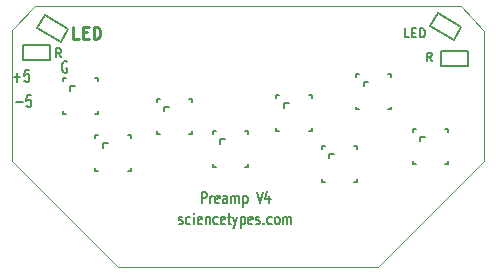
<source format=gto>
G04 (created by PCBNEW-RS274X (2012-apr-16-27)-stable) date Tue 25 Mar 2014 09:11:57 PM EDT*
G01*
G70*
G90*
%MOIN*%
G04 Gerber Fmt 3.4, Leading zero omitted, Abs format*
%FSLAX34Y34*%
G04 APERTURE LIST*
%ADD10C,0.006000*%
%ADD11C,0.007400*%
%ADD12C,0.009900*%
%ADD13C,0.005900*%
%ADD14C,0.000400*%
%ADD15C,0.002000*%
%ADD16C,0.005000*%
%ADD17C,0.007900*%
G04 APERTURE END LIST*
G54D10*
G54D11*
X26204Y-20601D02*
X26105Y-20460D01*
X26035Y-20601D02*
X26035Y-20306D01*
X26148Y-20306D01*
X26176Y-20320D01*
X26190Y-20334D01*
X26204Y-20362D01*
X26204Y-20404D01*
X26190Y-20432D01*
X26176Y-20446D01*
X26148Y-20460D01*
X26035Y-20460D01*
X25451Y-19794D02*
X25310Y-19794D01*
X25310Y-19499D01*
X25549Y-19639D02*
X25648Y-19639D01*
X25690Y-19794D02*
X25549Y-19794D01*
X25549Y-19499D01*
X25690Y-19499D01*
X25816Y-19794D02*
X25816Y-19499D01*
X25886Y-19499D01*
X25929Y-19513D01*
X25957Y-19541D01*
X25971Y-19569D01*
X25985Y-19625D01*
X25985Y-19667D01*
X25971Y-19724D01*
X25957Y-19752D01*
X25929Y-19780D01*
X25886Y-19794D01*
X25816Y-19794D01*
X13842Y-20463D02*
X13743Y-20322D01*
X13673Y-20463D02*
X13673Y-20168D01*
X13786Y-20168D01*
X13814Y-20182D01*
X13828Y-20196D01*
X13842Y-20224D01*
X13842Y-20266D01*
X13828Y-20294D01*
X13814Y-20308D01*
X13786Y-20322D01*
X13673Y-20322D01*
G54D12*
X14442Y-19844D02*
X14255Y-19844D01*
X14255Y-19450D01*
X14574Y-19638D02*
X14705Y-19638D01*
X14761Y-19844D02*
X14574Y-19844D01*
X14574Y-19450D01*
X14761Y-19450D01*
X14930Y-19844D02*
X14930Y-19450D01*
X15024Y-19450D01*
X15080Y-19469D01*
X15117Y-19507D01*
X15136Y-19544D01*
X15155Y-19619D01*
X15155Y-19676D01*
X15136Y-19751D01*
X15117Y-19788D01*
X15080Y-19826D01*
X15024Y-19844D01*
X14930Y-19844D01*
G54D13*
X17770Y-26017D02*
X17798Y-26035D01*
X17854Y-26035D01*
X17883Y-26017D01*
X17897Y-25979D01*
X17897Y-25960D01*
X17883Y-25923D01*
X17854Y-25904D01*
X17812Y-25904D01*
X17784Y-25885D01*
X17770Y-25848D01*
X17770Y-25829D01*
X17784Y-25792D01*
X17812Y-25773D01*
X17854Y-25773D01*
X17883Y-25792D01*
X18150Y-26017D02*
X18122Y-26035D01*
X18065Y-26035D01*
X18037Y-26017D01*
X18023Y-25998D01*
X18009Y-25960D01*
X18009Y-25848D01*
X18023Y-25810D01*
X18037Y-25792D01*
X18065Y-25773D01*
X18122Y-25773D01*
X18150Y-25792D01*
X18276Y-26035D02*
X18276Y-25773D01*
X18276Y-25641D02*
X18262Y-25660D01*
X18276Y-25679D01*
X18290Y-25660D01*
X18276Y-25641D01*
X18276Y-25679D01*
X18529Y-26017D02*
X18501Y-26035D01*
X18444Y-26035D01*
X18416Y-26017D01*
X18402Y-25979D01*
X18402Y-25829D01*
X18416Y-25792D01*
X18444Y-25773D01*
X18501Y-25773D01*
X18529Y-25792D01*
X18543Y-25829D01*
X18543Y-25867D01*
X18402Y-25904D01*
X18669Y-25773D02*
X18669Y-26035D01*
X18669Y-25810D02*
X18683Y-25792D01*
X18711Y-25773D01*
X18754Y-25773D01*
X18782Y-25792D01*
X18796Y-25829D01*
X18796Y-26035D01*
X19063Y-26017D02*
X19035Y-26035D01*
X18978Y-26035D01*
X18950Y-26017D01*
X18936Y-25998D01*
X18922Y-25960D01*
X18922Y-25848D01*
X18936Y-25810D01*
X18950Y-25792D01*
X18978Y-25773D01*
X19035Y-25773D01*
X19063Y-25792D01*
X19302Y-26017D02*
X19274Y-26035D01*
X19217Y-26035D01*
X19189Y-26017D01*
X19175Y-25979D01*
X19175Y-25829D01*
X19189Y-25792D01*
X19217Y-25773D01*
X19274Y-25773D01*
X19302Y-25792D01*
X19316Y-25829D01*
X19316Y-25867D01*
X19175Y-25904D01*
X19400Y-25773D02*
X19512Y-25773D01*
X19442Y-25641D02*
X19442Y-25979D01*
X19456Y-26017D01*
X19484Y-26035D01*
X19512Y-26035D01*
X19583Y-25773D02*
X19653Y-26035D01*
X19724Y-25773D02*
X19653Y-26035D01*
X19625Y-26129D01*
X19611Y-26148D01*
X19583Y-26167D01*
X19836Y-25773D02*
X19836Y-26167D01*
X19836Y-25792D02*
X19864Y-25773D01*
X19921Y-25773D01*
X19949Y-25792D01*
X19963Y-25810D01*
X19977Y-25848D01*
X19977Y-25960D01*
X19963Y-25998D01*
X19949Y-26017D01*
X19921Y-26035D01*
X19864Y-26035D01*
X19836Y-26017D01*
X20216Y-26017D02*
X20188Y-26035D01*
X20131Y-26035D01*
X20103Y-26017D01*
X20089Y-25979D01*
X20089Y-25829D01*
X20103Y-25792D01*
X20131Y-25773D01*
X20188Y-25773D01*
X20216Y-25792D01*
X20230Y-25829D01*
X20230Y-25867D01*
X20089Y-25904D01*
X20342Y-26017D02*
X20370Y-26035D01*
X20426Y-26035D01*
X20455Y-26017D01*
X20469Y-25979D01*
X20469Y-25960D01*
X20455Y-25923D01*
X20426Y-25904D01*
X20384Y-25904D01*
X20356Y-25885D01*
X20342Y-25848D01*
X20342Y-25829D01*
X20356Y-25792D01*
X20384Y-25773D01*
X20426Y-25773D01*
X20455Y-25792D01*
X20595Y-25998D02*
X20609Y-26017D01*
X20595Y-26035D01*
X20581Y-26017D01*
X20595Y-25998D01*
X20595Y-26035D01*
X20862Y-26017D02*
X20834Y-26035D01*
X20777Y-26035D01*
X20749Y-26017D01*
X20735Y-25998D01*
X20721Y-25960D01*
X20721Y-25848D01*
X20735Y-25810D01*
X20749Y-25792D01*
X20777Y-25773D01*
X20834Y-25773D01*
X20862Y-25792D01*
X21030Y-26035D02*
X21002Y-26017D01*
X20988Y-25998D01*
X20974Y-25960D01*
X20974Y-25848D01*
X20988Y-25810D01*
X21002Y-25792D01*
X21030Y-25773D01*
X21073Y-25773D01*
X21101Y-25792D01*
X21115Y-25810D01*
X21129Y-25848D01*
X21129Y-25960D01*
X21115Y-25998D01*
X21101Y-26017D01*
X21073Y-26035D01*
X21030Y-26035D01*
X21255Y-26035D02*
X21255Y-25773D01*
X21255Y-25810D02*
X21269Y-25792D01*
X21297Y-25773D01*
X21340Y-25773D01*
X21368Y-25792D01*
X21382Y-25829D01*
X21382Y-26035D01*
X21382Y-25829D02*
X21396Y-25792D01*
X21424Y-25773D01*
X21466Y-25773D01*
X21494Y-25792D01*
X21508Y-25829D01*
X21508Y-26035D01*
X18527Y-25336D02*
X18527Y-24942D01*
X18640Y-24942D01*
X18668Y-24961D01*
X18682Y-24980D01*
X18696Y-25018D01*
X18696Y-25074D01*
X18682Y-25111D01*
X18668Y-25130D01*
X18640Y-25149D01*
X18527Y-25149D01*
X18822Y-25336D02*
X18822Y-25074D01*
X18822Y-25149D02*
X18836Y-25111D01*
X18850Y-25093D01*
X18878Y-25074D01*
X18907Y-25074D01*
X19118Y-25318D02*
X19090Y-25336D01*
X19033Y-25336D01*
X19005Y-25318D01*
X18991Y-25280D01*
X18991Y-25130D01*
X19005Y-25093D01*
X19033Y-25074D01*
X19090Y-25074D01*
X19118Y-25093D01*
X19132Y-25130D01*
X19132Y-25168D01*
X18991Y-25205D01*
X19385Y-25336D02*
X19385Y-25130D01*
X19371Y-25093D01*
X19343Y-25074D01*
X19286Y-25074D01*
X19258Y-25093D01*
X19385Y-25318D02*
X19357Y-25336D01*
X19286Y-25336D01*
X19258Y-25318D01*
X19244Y-25280D01*
X19244Y-25243D01*
X19258Y-25205D01*
X19286Y-25186D01*
X19357Y-25186D01*
X19385Y-25168D01*
X19525Y-25336D02*
X19525Y-25074D01*
X19525Y-25111D02*
X19539Y-25093D01*
X19567Y-25074D01*
X19610Y-25074D01*
X19638Y-25093D01*
X19652Y-25130D01*
X19652Y-25336D01*
X19652Y-25130D02*
X19666Y-25093D01*
X19694Y-25074D01*
X19736Y-25074D01*
X19764Y-25093D01*
X19778Y-25130D01*
X19778Y-25336D01*
X19918Y-25074D02*
X19918Y-25468D01*
X19918Y-25093D02*
X19946Y-25074D01*
X20003Y-25074D01*
X20031Y-25093D01*
X20045Y-25111D01*
X20059Y-25149D01*
X20059Y-25261D01*
X20045Y-25299D01*
X20031Y-25318D01*
X20003Y-25336D01*
X19946Y-25336D01*
X19918Y-25318D01*
X20368Y-24942D02*
X20466Y-25336D01*
X20565Y-24942D01*
X20790Y-25074D02*
X20790Y-25336D01*
X20719Y-24924D02*
X20649Y-25205D01*
X20832Y-25205D01*
X14035Y-20611D02*
X14007Y-20592D01*
X13965Y-20592D01*
X13922Y-20611D01*
X13894Y-20649D01*
X13880Y-20686D01*
X13866Y-20761D01*
X13866Y-20818D01*
X13880Y-20893D01*
X13894Y-20930D01*
X13922Y-20968D01*
X13965Y-20986D01*
X13993Y-20986D01*
X14035Y-20968D01*
X14049Y-20949D01*
X14049Y-20818D01*
X13993Y-20818D01*
X12336Y-21968D02*
X12561Y-21968D01*
X12842Y-21724D02*
X12701Y-21724D01*
X12687Y-21912D01*
X12701Y-21893D01*
X12729Y-21875D01*
X12800Y-21875D01*
X12828Y-21893D01*
X12842Y-21912D01*
X12856Y-21950D01*
X12856Y-22043D01*
X12842Y-22081D01*
X12828Y-22100D01*
X12800Y-22118D01*
X12729Y-22118D01*
X12701Y-22100D01*
X12687Y-22081D01*
G54D11*
X12267Y-21131D02*
X12492Y-21131D01*
X12380Y-21281D02*
X12380Y-20981D01*
X12773Y-20887D02*
X12632Y-20887D01*
X12618Y-21075D01*
X12632Y-21056D01*
X12660Y-21038D01*
X12731Y-21038D01*
X12759Y-21056D01*
X12773Y-21075D01*
X12787Y-21113D01*
X12787Y-21206D01*
X12773Y-21244D01*
X12759Y-21263D01*
X12731Y-21281D01*
X12660Y-21281D01*
X12632Y-21263D01*
X12618Y-21244D01*
G54D14*
X27953Y-19596D02*
X27953Y-23917D01*
X27165Y-18770D02*
X27953Y-19596D01*
X16890Y-18770D02*
X27165Y-18770D01*
X12205Y-19557D02*
X12205Y-23917D01*
X12992Y-18770D02*
X12205Y-19557D01*
X16890Y-18770D02*
X12992Y-18770D01*
X15748Y-27461D02*
X12205Y-23917D01*
X24409Y-27461D02*
X27953Y-23917D01*
X24016Y-27461D02*
X24409Y-27461D01*
X15748Y-27461D02*
X24016Y-27461D01*
G54D15*
X15748Y-27461D02*
X24016Y-27461D01*
G54D16*
X13308Y-19056D02*
X14088Y-19506D01*
X14088Y-19506D02*
X13838Y-19940D01*
X13838Y-19940D02*
X13058Y-19490D01*
X13058Y-19490D02*
X13308Y-19056D01*
X26398Y-18997D02*
X27178Y-19447D01*
X27178Y-19447D02*
X26928Y-19881D01*
X26928Y-19881D02*
X26148Y-19431D01*
X26148Y-19431D02*
X26398Y-18997D01*
X13472Y-20555D02*
X12572Y-20555D01*
X12572Y-20555D02*
X12572Y-20055D01*
X12572Y-20055D02*
X13472Y-20055D01*
X13472Y-20055D02*
X13472Y-20555D01*
X26519Y-20252D02*
X27419Y-20252D01*
X27419Y-20252D02*
X27419Y-20752D01*
X27419Y-20752D02*
X26519Y-20752D01*
X26519Y-20752D02*
X26519Y-20252D01*
G54D17*
X26743Y-24036D02*
X26644Y-24036D01*
X26743Y-24036D02*
X26743Y-23937D01*
X25561Y-24036D02*
X25660Y-24036D01*
X25561Y-24036D02*
X25561Y-23937D01*
X26743Y-22854D02*
X26743Y-22953D01*
X26743Y-22854D02*
X26644Y-22854D01*
X25561Y-22953D02*
X25561Y-22854D01*
X25561Y-22854D02*
X25660Y-22854D01*
X25817Y-23267D02*
X25817Y-23110D01*
X25817Y-23110D02*
X25974Y-23110D01*
X24853Y-22205D02*
X24754Y-22205D01*
X24853Y-22205D02*
X24853Y-22106D01*
X23671Y-22205D02*
X23770Y-22205D01*
X23671Y-22205D02*
X23671Y-22106D01*
X24853Y-21023D02*
X24853Y-21122D01*
X24853Y-21023D02*
X24754Y-21023D01*
X23671Y-21122D02*
X23671Y-21023D01*
X23671Y-21023D02*
X23770Y-21023D01*
X23927Y-21436D02*
X23927Y-21279D01*
X23927Y-21279D02*
X24084Y-21279D01*
X23711Y-24607D02*
X23612Y-24607D01*
X23711Y-24607D02*
X23711Y-24508D01*
X22529Y-24607D02*
X22628Y-24607D01*
X22529Y-24607D02*
X22529Y-24508D01*
X23711Y-23425D02*
X23711Y-23524D01*
X23711Y-23425D02*
X23612Y-23425D01*
X22529Y-23524D02*
X22529Y-23425D01*
X22529Y-23425D02*
X22628Y-23425D01*
X22785Y-23838D02*
X22785Y-23681D01*
X22785Y-23681D02*
X22942Y-23681D01*
X22205Y-22914D02*
X22106Y-22914D01*
X22205Y-22914D02*
X22205Y-22815D01*
X21023Y-22914D02*
X21122Y-22914D01*
X21023Y-22914D02*
X21023Y-22815D01*
X22205Y-21732D02*
X22205Y-21831D01*
X22205Y-21732D02*
X22106Y-21732D01*
X21023Y-21831D02*
X21023Y-21732D01*
X21023Y-21732D02*
X21122Y-21732D01*
X21279Y-22145D02*
X21279Y-21988D01*
X21279Y-21988D02*
X21436Y-21988D01*
X20079Y-24115D02*
X19980Y-24115D01*
X20079Y-24115D02*
X20079Y-24016D01*
X18897Y-24115D02*
X18996Y-24115D01*
X18897Y-24115D02*
X18897Y-24016D01*
X20079Y-22933D02*
X20079Y-23032D01*
X20079Y-22933D02*
X19980Y-22933D01*
X18897Y-23032D02*
X18897Y-22933D01*
X18897Y-22933D02*
X18996Y-22933D01*
X19153Y-23346D02*
X19153Y-23189D01*
X19153Y-23189D02*
X19310Y-23189D01*
X18209Y-23032D02*
X18110Y-23032D01*
X18209Y-23032D02*
X18209Y-22933D01*
X17027Y-23032D02*
X17126Y-23032D01*
X17027Y-23032D02*
X17027Y-22933D01*
X18209Y-21850D02*
X18209Y-21949D01*
X18209Y-21850D02*
X18110Y-21850D01*
X17027Y-21949D02*
X17027Y-21850D01*
X17027Y-21850D02*
X17126Y-21850D01*
X17283Y-22263D02*
X17283Y-22106D01*
X17283Y-22106D02*
X17440Y-22106D01*
X16162Y-24252D02*
X16063Y-24252D01*
X16162Y-24252D02*
X16162Y-24153D01*
X14980Y-24252D02*
X15079Y-24252D01*
X14980Y-24252D02*
X14980Y-24153D01*
X16162Y-23070D02*
X16162Y-23169D01*
X16162Y-23070D02*
X16063Y-23070D01*
X14980Y-23169D02*
X14980Y-23070D01*
X14980Y-23070D02*
X15079Y-23070D01*
X15236Y-23483D02*
X15236Y-23326D01*
X15236Y-23326D02*
X15393Y-23326D01*
X15079Y-22343D02*
X14980Y-22343D01*
X15079Y-22343D02*
X15079Y-22244D01*
X13897Y-22343D02*
X13996Y-22343D01*
X13897Y-22343D02*
X13897Y-22244D01*
X15079Y-21161D02*
X15079Y-21260D01*
X15079Y-21161D02*
X14980Y-21161D01*
X13897Y-21260D02*
X13897Y-21161D01*
X13897Y-21161D02*
X13996Y-21161D01*
X14153Y-21574D02*
X14153Y-21417D01*
X14153Y-21417D02*
X14310Y-21417D01*
M02*

</source>
